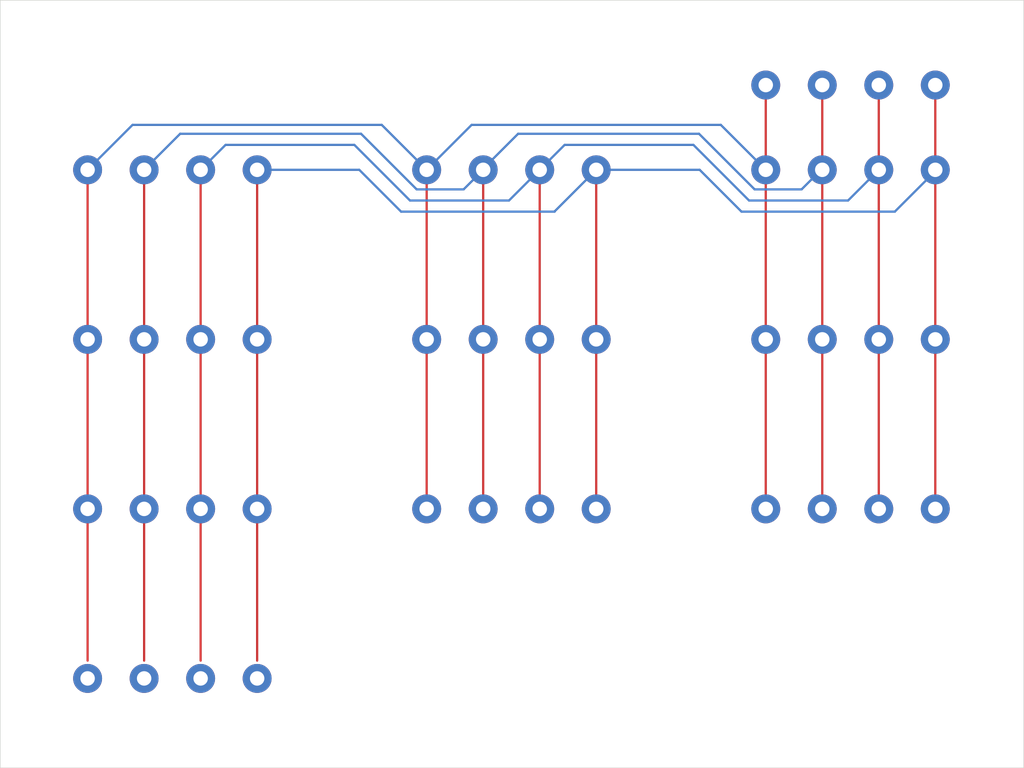
<source format=kicad_pcb>
(kicad_pcb (version 20241229) (generator "pcbnew") (generator_version "9.0")
  (title_block (comment 4 "AISLER Project ID: KOOQXIFZ"))
  (layers (0 "F.Cu" signal) (2 "B.Cu" signal) (13 "F.Paste" user) (15 "B.Paste" user) (5 "F.SilkS" user "F.Silkscreen") (7 "B.SilkS" user "B.Silkscreen") (1 "F.Mask" user) (3 "B.Mask" user) (25 "Edge.Cuts" user))
  (net 0 "")
  (footprint "footprints:SDI_Connector" (layer "F.Cu") (at 120.95 80.24)
    (property "Reference" "REF**" (hide yes))
    (property "Value" "SDI_Connector")
    (pad "1" thru_hole circle (at -7.62 0) (size 2.6 2.6) (drill 1.3) (layers "*.Cu" "*.Mask"))
    (pad "2" thru_hole circle (at -2.54 0) (size 2.6 2.6) (drill 1.3) (layers "*.Cu" "*.Mask"))
    (pad "3" thru_hole circle (at 2.54 0) (size 2.6 2.6) (drill 1.3) (layers "*.Cu" "*.Mask"))
    (pad "4" thru_hole circle (at 7.62 0) (size 2.6 2.6) (drill 1.3) (layers "*.Cu" "*.Mask"))
  )
  (footprint "footprints:SDI_Connector" (layer "F.Cu") (at 90.47 110.72)
    (property "Reference" "REF**" (hide yes))
    (property "Value" "SDI_Connector")
    (pad "1" thru_hole circle (at -7.62 0) (size 2.6 2.6) (drill 1.3) (layers "*.Cu" "*.Mask"))
    (pad "2" thru_hole circle (at -2.54 0) (size 2.6 2.6) (drill 1.3) (layers "*.Cu" "*.Mask"))
    (pad "3" thru_hole circle (at 2.54 0) (size 2.6 2.6) (drill 1.3) (layers "*.Cu" "*.Mask"))
    (pad "4" thru_hole circle (at 7.62 0) (size 2.6 2.6) (drill 1.3) (layers "*.Cu" "*.Mask"))
  )
  (footprint "footprints:SDI_Connector" (layer "F.Cu") (at 120.95 95.48)
    (property "Reference" "REF**" (hide yes))
    (property "Value" "SDI_Connector")
    (pad "1" thru_hole circle (at -7.62 0) (size 2.6 2.6) (drill 1.3) (layers "*.Cu" "*.Mask"))
    (pad "2" thru_hole circle (at -2.54 0) (size 2.6 2.6) (drill 1.3) (layers "*.Cu" "*.Mask"))
    (pad "3" thru_hole circle (at 2.54 0) (size 2.6 2.6) (drill 1.3) (layers "*.Cu" "*.Mask"))
    (pad "4" thru_hole circle (at 7.62 0) (size 2.6 2.6) (drill 1.3) (layers "*.Cu" "*.Mask"))
  )
  (footprint "footprints:SDI_Connector" (layer "F.Cu") (at 90.47 95.48)
    (property "Reference" "REF**" (hide yes))
    (property "Value" "SDI_Connector")
    (pad "1" thru_hole circle (at -7.62 0) (size 2.6 2.6) (drill 1.3) (layers "*.Cu" "*.Mask"))
    (pad "2" thru_hole circle (at -2.54 0) (size 2.6 2.6) (drill 1.3) (layers "*.Cu" "*.Mask"))
    (pad "3" thru_hole circle (at 2.54 0) (size 2.6 2.6) (drill 1.3) (layers "*.Cu" "*.Mask"))
    (pad "4" thru_hole circle (at 7.62 0) (size 2.6 2.6) (drill 1.3) (layers "*.Cu" "*.Mask"))
  )
  (footprint "footprints:SDI_Connector" (layer "F.Cu") (at 90.47 125.96)
    (property "Reference" "REF**" (hide yes))
    (property "Value" "SDI_Connector")
    (pad "1" thru_hole circle (at -7.62 0) (size 2.6 2.6) (drill 1.3) (layers "*.Cu" "*.Mask"))
    (pad "2" thru_hole circle (at -2.54 0) (size 2.6 2.6) (drill 1.3) (layers "*.Cu" "*.Mask"))
    (pad "3" thru_hole circle (at 2.54 0) (size 2.6 2.6) (drill 1.3) (layers "*.Cu" "*.Mask"))
    (pad "4" thru_hole circle (at 7.62 0) (size 2.6 2.6) (drill 1.3) (layers "*.Cu" "*.Mask"))
  )
  (footprint "footprints:SDI_Connector" (layer "F.Cu") (at 151.43 95.48)
    (property "Reference" "REF**" (hide yes))
    (property "Value" "SDI_Connector")
    (pad "1" thru_hole circle (at -7.62 0) (size 2.6 2.6) (drill 1.3) (layers "*.Cu" "*.Mask"))
    (pad "2" thru_hole circle (at -2.54 0) (size 2.6 2.6) (drill 1.3) (layers "*.Cu" "*.Mask"))
    (pad "3" thru_hole circle (at 2.54 0) (size 2.6 2.6) (drill 1.3) (layers "*.Cu" "*.Mask"))
    (pad "4" thru_hole circle (at 7.62 0) (size 2.6 2.6) (drill 1.3) (layers "*.Cu" "*.Mask"))
  )
  (footprint "footprints:SDI_Connector" (layer "F.Cu") (at 151.43 110.72)
    (property "Reference" "REF**" (hide yes))
    (property "Value" "SDI_Connector")
    (pad "1" thru_hole circle (at -7.62 0) (size 2.6 2.6) (drill 1.3) (layers "*.Cu" "*.Mask"))
    (pad "2" thru_hole circle (at -2.54 0) (size 2.6 2.6) (drill 1.3) (layers "*.Cu" "*.Mask"))
    (pad "3" thru_hole circle (at 2.54 0) (size 2.6 2.6) (drill 1.3) (layers "*.Cu" "*.Mask"))
    (pad "4" thru_hole circle (at 7.62 0) (size 2.6 2.6) (drill 1.3) (layers "*.Cu" "*.Mask"))
  )
  (footprint "footprints:SDI_Connector" (layer "F.Cu") (at 90.47 80.24)
    (property "Reference" "REF**" (hide yes))
    (property "Value" "SDI_Connector")
    (pad "1" thru_hole circle (at -7.62 0) (size 2.6 2.6) (drill 1.3) (layers "*.Cu" "*.Mask"))
    (pad "2" thru_hole circle (at -2.54 0) (size 2.6 2.6) (drill 1.3) (layers "*.Cu" "*.Mask"))
    (pad "3" thru_hole circle (at 2.54 0) (size 2.6 2.6) (drill 1.3) (layers "*.Cu" "*.Mask"))
    (pad "4" thru_hole circle (at 7.62 0) (size 2.6 2.6) (drill 1.3) (layers "*.Cu" "*.Mask"))
  )
  (footprint "footprints:SDI_Connector" (layer "F.Cu") (at 120.95 110.72)
    (property "Reference" "REF**" (hide yes))
    (property "Value" "SDI_Connector")
    (pad "1" thru_hole circle (at -7.62 0) (size 2.6 2.6) (drill 1.3) (layers "*.Cu" "*.Mask"))
    (pad "2" thru_hole circle (at -2.54 0) (size 2.6 2.6) (drill 1.3) (layers "*.Cu" "*.Mask"))
    (pad "3" thru_hole circle (at 2.54 0) (size 2.6 2.6) (drill 1.3) (layers "*.Cu" "*.Mask"))
    (pad "4" thru_hole circle (at 7.62 0) (size 2.6 2.6) (drill 1.3) (layers "*.Cu" "*.Mask"))
  )
  (footprint "footprints:SDI_Connector" (layer "F.Cu") (at 151.43 80.24)
    (property "Reference" "REF**" (hide yes))
    (property "Value" "SDI_Connector")
    (pad "1" thru_hole circle (at -7.62 0) (size 2.6 2.6) (drill 1.3) (layers "*.Cu" "*.Mask"))
    (pad "2" thru_hole circle (at -2.54 0) (size 2.6 2.6) (drill 1.3) (layers "*.Cu" "*.Mask"))
    (pad "3" thru_hole circle (at 2.54 0) (size 2.6 2.6) (drill 1.3) (layers "*.Cu" "*.Mask"))
    (pad "4" thru_hole circle (at 7.62 0) (size 2.6 2.6) (drill 1.3) (layers "*.Cu" "*.Mask"))
  )
  (footprint "footprints:SDI_Connector" (layer "F.Cu") (at 151.43 72.62)
    (property "Reference" "REF**" (hide yes))
    (property "Value" "SDI_Connector")
    (pad "1" thru_hole circle (at -7.62 0) (size 2.6 2.6) (drill 1.3) (layers "*.Cu" "*.Mask"))
    (pad "2" thru_hole circle (at -2.54 0) (size 2.6 2.6) (drill 1.3) (layers "*.Cu" "*.Mask"))
    (pad "3" thru_hole circle (at 2.54 0) (size 2.6 2.6) (drill 1.3) (layers "*.Cu" "*.Mask"))
    (pad "4" thru_hole circle (at 7.62 0) (size 2.6 2.6) (drill 1.3) (layers "*.Cu" "*.Mask"))
  )
  (gr_rect (start 75 65) (end 167 134) (stroke (width 0.05)) (fill no) (layer "Edge.Cuts"))
  (segment (start 143.81 80.24) (end 143.81 110.72) (width 0.2) (layer "F.Cu") (net 0))
  (segment (start 113.33 80.24) (end 113.33 110.72) (width 0.2) (layer "F.Cu") (net 0))
  (segment (start 123.49 80.24) (end 123.49 110.72) (width 0.2) (layer "F.Cu") (net 0))
  (segment (start 159.05 80.24) (end 159.05 72.62) (width 0.2) (layer "F.Cu") (net 0))
  (segment (start 82.85 95.48) (end 82.85 110.72) (width 0.2) (layer "F.Cu") (net 0))
  (segment (start 82.85 110.72) (end 82.85 124.36) (width 0.2) (layer "F.Cu") (net 0))
  (segment (start 87.93 80.24) (end 87.93 124.36) (width 0.2) (layer "F.Cu") (net 0))
  (segment (start 159.05 80.24) (end 159.05 110.72) (width 0.2) (layer "F.Cu") (net 0))
  (segment (start 143.81 80.24) (end 143.81 72.62) (width 0.2) (layer "F.Cu") (net 0))
  (segment (start 148.89 80.24) (end 148.89 110.72) (width 0.2) (layer "F.Cu") (net 0))
  (segment (start 82.85 80.24) (end 82.85 95.48) (width 0.2) (layer "F.Cu") (net 0))
  (segment (start 98.09 80.24) (end 98.09 124.36) (width 0.2) (layer "F.Cu") (net 0))
  (segment (start 118.41 80.24) (end 118.41 110.72) (width 0.2) (layer "F.Cu") (net 0))
  (segment (start 128.57 80.24) (end 128.57 110.72) (width 0.2) (layer "F.Cu") (net 0))
  (segment (start 153.97 80.24) (end 153.97 72.62) (width 0.2) (layer "F.Cu") (net 0))
  (segment (start 148.89 80.24) (end 148.89 72.62) (width 0.2) (layer "F.Cu") (net 0))
  (segment (start 93.01 80.24) (end 93.01 124.36) (width 0.2) (layer "F.Cu") (net 0))
  (segment (start 153.97 80.24) (end 153.97 110.72) (width 0.2) (layer "F.Cu") (net 0))
  (segment (start 117.37 76.2) (end 139.77 76.2) (width 0.2) (layer "B.Cu") (net 0))
  (segment (start 141.63 84) (end 155.43 84) (width 0.2) (layer "B.Cu") (net 0))
  (segment (start 139.77 76.2) (end 143.81 80.24) (width 0.2) (layer "B.Cu") (net 0))
  (segment (start 95.25 78) (end 106.83 78) (width 0.2) (layer "B.Cu") (net 0))
  (segment (start 106.83 78) (end 111.83 83) (width 0.2) (layer "B.Cu") (net 0))
  (segment (start 111.03 84) (end 124.83 84) (width 0.2) (layer "B.Cu") (net 0))
  (segment (start 123.49 80.24) (end 125.73 78) (width 0.2) (layer "B.Cu") (net 0))
  (segment (start 118.31 80.24) (end 121.55 77) (width 0.2) (layer "B.Cu") (net 0))
  (segment (start 87.93 80.24) (end 91.17 77) (width 0.2) (layer "B.Cu") (net 0))
  (segment (start 151.21 83) (end 153.97 80.24) (width 0.2) (layer "B.Cu") (net 0))
  (segment (start 142.31 83) (end 151.21 83) (width 0.2) (layer "B.Cu") (net 0))
  (segment (start 116.65 82) (end 118.41 80.24) (width 0.2) (layer "B.Cu") (net 0))
  (segment (start 98.09 80.24) (end 107.27 80.24) (width 0.2) (layer "B.Cu") (net 0))
  (segment (start 124.83 84) (end 124.83 83.98) (width 0.2) (layer "B.Cu") (net 0))
  (segment (start 86.89 76.2) (end 109.29 76.2) (width 0.2) (layer "B.Cu") (net 0))
  (segment (start 113.33 80.24) (end 117.37 76.2) (width 0.2) (layer "B.Cu") (net 0))
  (segment (start 93.01 80.24) (end 95.25 78) (width 0.2) (layer "B.Cu") (net 0))
  (segment (start 112.43 82) (end 116.65 82) (width 0.2) (layer "B.Cu") (net 0))
  (segment (start 120.73 83) (end 123.49 80.24) (width 0.2) (layer "B.Cu") (net 0))
  (segment (start 137.81 77) (end 142.81 82) (width 0.2) (layer "B.Cu") (net 0))
  (segment (start 155.43 83.98) (end 159.17 80.24) (width 0.2) (layer "B.Cu") (net 0))
  (segment (start 124.83 83.98) (end 128.57 80.24) (width 0.2) (layer "B.Cu") (net 0))
  (segment (start 111.83 83) (end 120.73 83) (width 0.2) (layer "B.Cu") (net 0))
  (segment (start 121.55 77) (end 137.81 77) (width 0.2) (layer "B.Cu") (net 0))
  (segment (start 137.87 80.24) (end 141.63 84) (width 0.2) (layer "B.Cu") (net 0))
  (segment (start 147.03 82) (end 148.79 80.24) (width 0.2) (layer "B.Cu") (net 0))
  (segment (start 91.17 77) (end 107.43 77) (width 0.2) (layer "B.Cu") (net 0))
  (segment (start 107.27 80.24) (end 111.03 84) (width 0.2) (layer "B.Cu") (net 0))
  (segment (start 107.43 77) (end 112.43 82) (width 0.2) (layer "B.Cu") (net 0))
  (segment (start 82.85 80.24) (end 86.89 76.2) (width 0.2) (layer "B.Cu") (net 0))
  (segment (start 109.29 76.2) (end 113.33 80.24) (width 0.2) (layer "B.Cu") (net 0))
  (segment (start 125.73 78) (end 137.31 78) (width 0.2) (layer "B.Cu") (net 0))
  (segment (start 137.31 78) (end 142.31 83) (width 0.2) (layer "B.Cu") (net 0))
  (segment (start 142.81 82) (end 147.03 82) (width 0.2) (layer "B.Cu") (net 0))
  (segment (start 128.69 80.24) (end 137.87 80.24) (width 0.2) (layer "B.Cu") (net 0))
)
</source>
